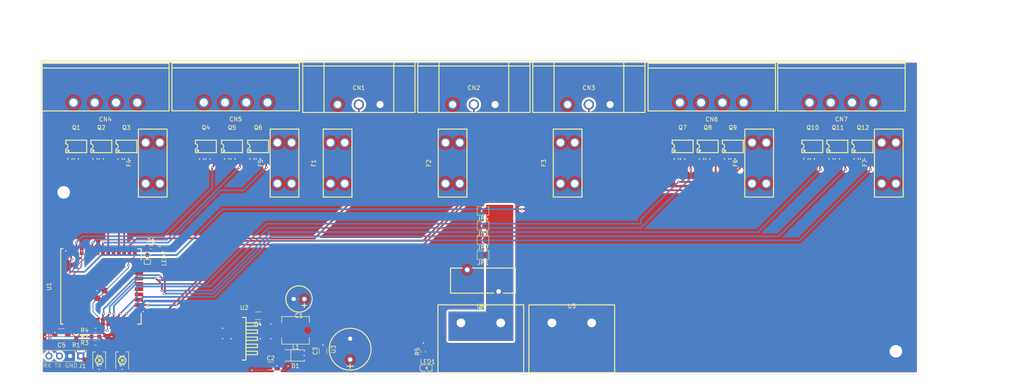
<source format=kicad_pcb>
(kicad_pcb (version 20241229) (generator "pcbnew") (generator_version "9.0")
  (layers (0 "F.Cu" signal) (2 "B.Cu" signal) (13 "F.Paste" user) (15 "B.Paste" user) (5 "F.SilkS" user "F.Silkscreen") (7 "B.SilkS" user "B.Silkscreen") (1 "F.Mask" user) (3 "B.Mask" user) (25 "Edge.Cuts" user))
  (net 0 "")
  (net 1 "GND")
  (net 2 "+3.3V")
  (net 3 "D16")
  (net 4 "Net-(CN1-Pad1)")
  (net 5 "D14")
  (net 6 "Net-(CN2-Pad1)")
  (net 7 "D13")
  (net 8 "Net-(CN3-Pad1)")
  (net 9 "Net-(CN4-Pad4)")
  (net 10 "VCC")
  (net 11 "Net-(CN4-Pad3)")
  (net 12 "Net-(CN4-Pad2)")
  (net 13 "Net-(CN5-Pad4)")
  (net 14 "Net-(CN5-Pad3)")
  (net 15 "Net-(CN5-Pad2)")
  (net 16 "Net-(CN6-Pad3)")
  (net 17 "Net-(CN6-Pad2)")
  (net 18 "Net-(CN6-Pad4)")
  (net 19 "Net-(CN7-Pad4)")
  (net 20 "Net-(CN7-Pad2)")
  (net 21 "Net-(CN7-Pad3)")
  (net 22 "Net-(D1-K)")
  (net 23 "Net-(J1-Pin_3)")
  (net 24 "Net-(J1-Pin_4)")
  (net 25 "Net-(LED1-K)")
  (net 26 "Net-(LED2-K)")
  (net 27 "Net-(LED2-A)")
  (net 28 "D17")
  (net 29 "D18")
  (net 30 "D19")
  (net 31 "D21")
  (net 32 "D22")
  (net 33 "D23")
  (net 34 "D25")
  (net 35 "D26")
  (net 36 "D27")
  (net 37 "D32")
  (net 38 "D33")
  (net 39 "Net-(U1-EN)")
  (net 40 "Net-(R2-Pad2)")
  (net 41 "Net-(R3-Pad2)")
  (net 42 "IO0")
  (net 44 "D4")
  (net 58 "Net-(CN4-Pad1)")
  (net 59 "Net-(CN5-Pad1)")
  (net 60 "Net-(CN6-Pad1)")
  (net 61 "Net-(CN7-Pad1)")
  (net 62 "Net-(JP1-A)")
  (footprint "easyeda2kicad:CONN-TH_2P-P9.50_DBT50G-9.5-2P" (layer "F.Cu") (at 131.25 94.2)
    (property "Reference" "U4")
    (property "Value" "DBT50G-9.5-2P")
  )
  (footprint "easyeda2kicad:CONN-TH_WJ2EDGRM-5.08-3P" (layer "F.Cu") (at 157.08 42)
    (property "Reference" "CN3")
    (property "Value" "5.08-3P-014-00A")
  )
  (footprint "easyeda2kicad:FUSE-TH_4P-L16.0-W6.7" (layer "F.Cu") (at 228.8 56 90)
    (property "Reference" "F7")
    (property "Value" "XF-508P-B-B")
  )
  (footprint "easyeda2kicad:SW-SMD_L3.9-W3.0-P4.45" (layer "F.Cu") (at 40 103.18 -90)
    (property "Reference" "SW2")
    (property "Value" "TS")
  )
  (footprint "easyeda2kicad:SMA_L4.3-W2.6-LS5.0-RD" (layer "F.Cu") (at 86.9 101.99)
    (property "Reference" "D1")
    (property "Value" "SS54")
  )
  (footprint "easyeda2kicad:FUSE-TH_4P-L16.0-W6.7" (layer "F.Cu") (at 152 56 90)
    (property "Reference" "F3")
    (property "Value" "XF-508P-B-B")
  )
  (footprint "easyeda2kicad:CONN-TH_2P-P9.50_DBT50G-9.5-2P" (layer "F.Cu") (at 153 94.2)
    (property "Reference" "U5")
    (property "Value" "DBT50G-9.5-2P")
  )
  (footprint "easyeda2kicad:FUSE-TH_4P-L16.0-W6.7" (layer "F.Cu") (at 84.3 56 90)
    (property "Reference" "F5")
    (property "Value" "XF-508P-B-B")
  )
  (footprint "easyeda2kicad:SOP-8_L4.9-W3.9-P1.27-LS6.0-BL" (layer "F.Cu") (at 222.5 52)
    (property "Reference" "Q12")
    (property "Value" "AO4266-MS")
  )
  (footprint "easyeda2kicad:FUSE-TH_4P-L16.0-W6.7" (layer "F.Cu") (at 197.8 56 90)
    (property "Reference" "F6")
    (property "Value" "XF-508P-B-B")
  )
  (footprint "Resistor_SMD:R_0603_1608Metric_Pad0.98x0.95mm_HandSolder" (layer "F.Cu") (at 39.0875 97.5)
    (property "Reference" "R2")
    (property "Value" "10")
  )
  (footprint "Capacitor_SMD:C_1206_3216Metric_Pad1.33x1.80mm_HandSolder" (layer "F.Cu") (at 93.5 100.9375 90)
    (property "Reference" "C3")
    (property "Value" "10uF")
  )
  (footprint "easyeda2kicad:SOP-8_L4.9-W3.9-P1.27-LS6.0-BL" (layer "F.Cu") (at 40.5 52)
    (property "Reference" "Q2")
    (property "Value" "AO4266-MS")
  )
  (footprint "easyeda2kicad:FUSE-TH_4P-L16.0-W6.7" (layer "F.Cu") (at 52.8 56 90)
    (property "Reference" "F4")
    (property "Value" "XF-508P-B-B")
  )
  (footprint "easyeda2kicad:FUSE-TH_4P-L16.0-W6.7" (layer "F.Cu") (at 97 56 90)
    (property "Reference" "F1")
    (property "Value" "XF-508P-B-B")
  )
  (footprint "Resistor_SMD:R_0603_1608Metric_Pad0.98x0.95mm_HandSolder" (layer "F.Cu") (at 52.4125 76)
    (property "Reference" "R6")
    (property "Value" "68")
  )
  (footprint "easyeda2kicad:CAP-TH_BD10.0-P5.00-D0.6-FD" (layer "F.Cu") (at 100 100.5 90)
    (property "Reference" "U3")
    (property "Value" "470uF")
  )
  (footprint "easyeda2kicad:FUSE-TH_4P-L16.0-W6.7" (layer "F.Cu") (at 124.5 56 90)
    (property "Reference" "F2")
    (property "Value" "XF-508P-B-B")
  )
  (footprint "easyeda2kicad:SOP-8_L4.9-W3.9-P1.27-LS6.0-BL" (layer "F.Cu") (at 34.5 52)
    (property "Reference" "Q1")
    (property "Value" "AO4266-MS")
  )
  (footprint "easyeda2kicad:CONN-TH_4P-P5.08_DB2ERM-5.08-4P" (layer "F.Cu") (at 72.62 41.5 180)
    (property "Reference" "CN5")
    (property "Value" "DB2ERM-5.08-4P")
  )
  (footprint "Resistor_SMD:R_0603_1608Metric_Pad0.98x0.95mm_HandSolder" (layer "F.Cu") (at 117.5 101.0875 90)
    (property "Reference" "R5")
    (property "Value" "68")
  )
  (footprint "Jumper:SolderJumper-2_P1.3mm_Open_TrianglePad1.0x1.5mm" (layer "F.Cu") (at 131.775 67.45 180)
    (property "Reference" "JP4")
    (property "Value" "SolderJumper_2_Open")
  )
  (footprint "easyeda2kicad:LED0603-RD_RED" (layer "F.Cu") (at 118.2 105)
    (property "Reference" "LED1")
    (property "Value" "RED-0603")
  )
  (footprint "easyeda2kicad:SOP-8_L4.9-W3.9-P1.27-LS6.0-BL" (layer "F.Cu") (at 191.5 52)
    (property "Reference" "Q9")
    (property "Value" "AO4266-MS")
  )
  (footprint "easyeda2kicad:CONN-TH_4P-P5.08_DB2ERM-5.08-4P" (layer "F.Cu") (at 41.4675 41.5325 180)
    (property "Reference" "CN4")
    (property "Value" "DB2ERM-5.08-4P")
  )
  (footprint "easyeda2kicad:CONN-TH_WJ2EDGRM-5.08-3P" (layer "F.Cu") (at 129.58 42)
    (property "Reference" "CN2")
    (property "Value" "5.08-3P-014-00A")
  )
  (footprint "easyeda2kicad:SW-SMD_L3.9-W3.0-P4.45" (layer "F.Cu") (at 45.5 103.18 -90)
    (property "Reference" "SW1")
    (property "Value" "TS")
  )
  (footprint "Resistor_SMD:R_0603_1608Metric_Pad0.98x0.95mm_HandSolder" (layer "F.Cu") (at 39.0875 96)
    (property "Reference" "R4")
    (property "Value" "5k")
  )
  (footprint "easyeda2kicad:SOP-8_L4.9-W3.9-P1.27-LS6.0-BL" (layer "F.Cu") (at 216.5 52)
    (property "Reference" "Q11")
    (property "Value" "AO4266-MS")
  )
  (footprint "easyeda2kicad:LED0603-RD_RED" (layer "F.Cu") (at 51.5 78.8 -90)
    (property "Reference" "LED2")
    (property "Value" "RED-0603")
  )
  (footprint "Resistor_SMD:R_0603_1608Metric_Pad0.98x0.95mm_HandSolder" (layer "F.Cu") (at 34.5 96.9125 90)
    (property "Reference" "R1")
    (property "Value" "5k")
  )
  (footprint "easyeda2kicad:TO-263-5_L10.0-W9.0-P1.70-LS15.2-BR" (layer "F.Cu") (at 74.68 98)
    (property "Reference" "U2")
    (property "Value" "LM2596S-3.3")
  )
  (footprint "easyeda2kicad:CONN-TH_WJ2EDGRM-5.08-3P" (layer "F.Cu") (at 102.08 42)
    (property "Reference" "CN1")
    (property "Value" "5.08-3P-014-00A")
  )
  (footprint "easyeda2kicad:WIFI-SMD_ESP32-WROOM-32UE" (layer "F.Cu") (at 40.75 85.5 90)
    (property "Reference" "U1")
    (property "Value" "ESP32-WROOM-32UE(4MB)")
  )
  (footprint "Jumper:SolderJumper-2_P1.3mm_Open_TrianglePad1.0x1.5mm" (layer "F.Cu") (at 131.775 78 180)
    (property "Reference" "JP1")
    (property "Value" "SolderJumper_2_Open")
  )
  (footprint "easyeda2kicad:SOP-8_L4.9-W3.9-P1.27-LS6.0-BL" (layer "F.Cu") (at 210.5 52)
    (property "Reference" "Q10")
    (property "Value" "AO4266-MS")
  )
  (footprint "easyeda2kicad:SOP-8_L4.9-W3.9-P1.27-LS6.0-BL" (layer "F.Cu") (at 179.5 52)
    (property "Reference" "Q7")
    (property "Value" "AO4266-MS")
  )
  (footprint "easyeda2kicad:CONN-TH_4P-P5.08_DB2ERM-5.08-4P" (layer "F.Cu") (at 217.4675 41.5325 180)
    (property "Reference" "CN7")
    (property "Value" "DB2ERM-5.08-4P")
  )
  (footprint "easyeda2kicad:IND-SMD_L7.1-W6.6_SRP6030VA" (layer "F.Cu") (at 86.93 96)
    (property "Reference" "L1")
    (property "Value" "33uH")
  )
  (footprint "Capacitor_SMD:C_1206_3216Metric_Pad1.33x1.80mm_HandSolder" (layer "F.Cu") (at 30.9375 96.5 180)
    (property "Reference" "C5")
    (property "Value" "10uF")
  )
  (footprint "Capacitor_SMD:C_1206_3216Metric_Pad1.33x1.80mm_HandSolder" (layer "F.Cu") (at 81 104.5)
    (property "Reference" "C2")
    (property "Value" "10uF")
  )
  (footprint "Capacitor_SMD:C_1206_3216Metric_Pad1.33x1.80mm_HandSolder" (layer "F.Cu") (at 78 92.5)
    (property "Reference" "C4")
    (property "Value" "10uF")
  )
  (footprint "Connector_PinHeader_2.54mm:PinHeader_1x04_P2.54mm_Vertical" (layer "F.Cu") (at 35.58 102.125 -90)
    (property "Reference" "J1")
    (property "Value" "Conn_01x04")
  )
  (footprint "easyeda2kicad:SOP-8_L4.9-W3.9-P1.27-LS6.0-BL" (layer "F.Cu") (at 65.5 52)
    (property "Reference" "Q4")
    (property "Value" "AO4266-MS")
  )
  (footprint "MountingHole:MountingHole_3mm_Pad_TopBottom" (layer "F.Cu") (at 230.5 101)
    (property "Reference" "REF**" (hide yes))
    (property "Value" "MountingHole_3mm_Pad_TopBottom")
  )
  (footprint "easyeda2kicad:SOP-8_L4.9-W3.9-P1.27-LS6.0-BL" (layer "F.Cu") (at 71.75 52)
    (property "Reference" "Q5")
    (property "Value" "AO4266-MS")
  )
  (footprint "Resistor_SMD:R_0603_1608Metric_Pad0.98x0.95mm_HandSolder" (layer "F.Cu") (at 39.0875 99)
    (property "Reference" "R3")
    (property "Value" "10")
  )
  (footprint "easyeda2kicad:SOP-8_L4.9-W3.9-P1.27-LS6.0-BL" (layer "F.Cu") (at 78 52)
    (property "Reference" "Q6")
    (property "Value" "AO4266-MS")
  )
  (footprint "Jumper:SolderJumper-2_P1.3mm_Open_TrianglePad1.0x1.5mm" (layer "F.Cu") (at 131.775 74.45 180)
    (property "Reference" "JP2")
    (property "Value" "SolderJumper_2_Open")
  )
  (footprint "easyeda2kicad:CONN-TH_4P-P5.08_DB2ERM-5.08-4P" (layer "F.Cu") (at 186.4675 41.5325 180)
    (property "Reference" "CN6")
    (property "Value" "DB2ERM-5.08-4P")
  )
  (footprint "Jumper:SolderJumper-2_P1.3mm_Open_TrianglePad1.0x1.5mm" (layer "F.Cu") (at 131.775 71 180)
    (property "Reference" "JP3")
    (property "Value" "SolderJumper_2_Open")
  )
  (footprint "easyeda2kicad:CAP-TH_BD6.3-P2.50-D1.0-FD" (layer "F.Cu") (at 87.77 88.5 180)
    (property "Reference" "C1")
    (property "Value" "220uF")
  )
  (footprint "easyeda2kicad:SOP-8_L4.9-W3.9-P1.27-LS6.0-BL" (layer "F.Cu") (at 46.5 52)
    (property "Reference" "Q3")
    (property "Value" "AO4266-MS")
  )
  (footprint "MountingHole:MountingHole_3mm_Pad_TopBottom" (layer "F.Cu") (at 31.5 63)
    (property "Reference" "REF**" (hide yes))
    (property "Value" "MountingHole_3mm_Pad_TopBottom")
  )
  (footprint "easyeda2kicad:RES-TH_L15.5-W6.0-P7.50-D0.8-S5.20" (layer "F.Cu") (at 131.75 84.1 180)
    (property "Reference" "R7")
    (property "Value" "MF72-5D13")
  )
  (footprint "easyeda2kicad:SOP-8_L4.9-W3.9-P1.27-LS6.0-BL" (layer "F.Cu") (at 185.5 52)
    (property "Reference" "Q8")
    (property "Value" "AO4266-MS")
  )
  (gr_rect (start 26 31.5) (end 236 106.5) (stroke (width 0.05)) (fill no) (layer "Edge.Cuts"))
  (gr_text "RX TX GND" (at 26.5 105 0) (layer "F.SilkS") (effects (font (size 1 1) (thickness 0.1)) (justify left bottom)))
  (segment (start 184.884 54.694) (end 184.884 55) (width 4) (layer "F.Cu") (net 1))
  (segment (start 71.134 54.68) (end 71.134 55) (width 4) (layer "F.Cu") (net 1))
  (segment (start 64.87 54.68) (end 64.884 54.694) (width 4) (layer "F.Cu") (net 1))
  (segment (start 39.49 84.67) (end 39.49 88.33) (width 0.4) (layer "F.Cu") (net 1))
  (segment (start 39.884 54.694) (end 39.884 55) (width 4) (layer "F.Cu") (net 1))
  (segment (start 29.5 96.5) (end 32 94) (width 0.2) (layer "F.Cu") (net 1))
  (segment (start 79.86 98) (end 71.5 98) (width 1) (layer "F.Cu") (net 1))
  (segment (start 190.884 54.694) (end 190.884 55) (width 4) (layer "F.Cu") (net 1))
  (segment (start 209.87 54.68) (end 209.884 54.694) (width 4) (layer "F.Cu") (net 1))
  (segment (start 71.5 98) (end 69.5 98) (width 1) (layer "F.Cu") (net 1))
  (segment (start 33.87 54.68) (end 33.884 54.694) (width 4) (layer "F.Cu") (net 1))
  (segment (start 37.66 88.33) (end 41.33 88.33) (width 0.4) (layer "F.Cu") (net 1))
  (segment (start 79.5625 92.5) (end 79.5625 94.3025) (width 1) (layer "F.Cu") (net 1))
  (segment (start 178.87 54.68) (end 178.884 54.694) (width 4) (layer "F.Cu") (net 1))
  (segment (start 178.884 54.694) (end 178.884 55) (width 4) (layer "F.Cu") (net 1))
  (segment (start 45.87 54.68) (end 45.884 54.694) (width 4) (layer "F.Cu") (net 1))
  (segment (start 53.325 76) (end 54.5 76) (width 0.4) (layer "F.Cu") (net 1))
  (segment (start 37.66 84.67) (end 41.33 84.67) (width 0.4) (layer "F.Cu") (net 1))
  (segment (start 117.5 100.175) (end 117.5 99) (width 0.4) (layer "F.Cu") (net 1))
  (segment (start 45.884 54.694) (end 45.884 55) (width 4) (layer "F.Cu") (net 1))
  (segment (start 39.87 54.68) (end 39.884 54.694) (width 4) (layer "F.Cu") (net 1))
  (segment (start 71.12 54.68) (end 71.134 54.68) (width 4) (layer "F.Cu") (net 1))
  (segment (start 79.5625 94.3025) (end 79.86 94.6) (width 1) (layer "F.Cu") (net 1))
  (segment (start 184.87 54.68) (end 184.884 54.694) (width 4) (layer "F.Cu") (net 1))
  (segment (start 41.33 86.5) (end 37.66 86.5) (width 0.4) (layer "F.Cu") (net 1))
  (segment (start 77.384 54.694) (end 77.384 55) (width 4) (layer "F.Cu") (net 1))
  (segment (start 221.87 54.68) (end 221.884 54.694) (width 4) (layer "F.Cu") (net 1))
  (segment (start 221.884 54.694) (end 221.884 55) (width 4) (layer "F.Cu") (net 1))
  (segment (start 190.87 54.68) (end 190.884 54.694) (width 4) (layer "F.Cu") (net 1))
  (segment (start 209.884 54.694) (end 209.884 55) (width 4) (layer "F.Cu") (net 1))
  (segment (start 215.884 54.694) (end 215.884 55) (width 4) (layer "F.Cu") (net 1))
  (segment (start 33.884 54.694) (end 33.884 55) (width 4) (layer "F.Cu") (net 1))
  (segment (start 50.21 91.21) (end 50.5 91.5) (width 0.4) (layer "F.Cu") (net 1))
  (segment (start 215.87 54.68) (end 215.884 54.694) (width 4) (layer "F.Cu") (net 1))
  (segment (start 29.375 96.5) (end 29.5 96.5) (width 0.2) (layer "F.Cu") (net 1))
  (segment (start 64.884 54.694) (end 64.884 55) (width 4) (layer "F.Cu") (net 1))
  (segment (start 77.37 54.68) (end 77.384 54.694) (width 4) (layer "F.Cu") (net 1))
  (via (at 39.49 86.5) (size 0.6) (drill 0.3) (layers "F.Cu" "B.Cu") (net 1))
  (via (at 210 55) (size 0.6) (drill 0.3) (layers "F.Cu" "B.Cu") (net 1))
  (via (at 47 55) (size 0.6) (drill 0.3) (layers "F.Cu" "B.Cu") (net 1))
  (via (at 223 55) (size 0.6) (drill 0.3) (layers "F.Cu" "B.Cu") (net 1))
  (via (at 65.5 55) (size 0.6) (drill 0.3) (layers "F.Cu" "B.Cu") (net 1))
  (via (at 39.5 55) (size 0.6) (drill 0.3) (layers "F.Cu" "B.Cu") (net 1))
  (via (at 77 55) (size 0.6) (drill 0.3) (layers "F.Cu" "B.Cu") (net 1))
  (via (at 41 55) (size 0.6) (drill 0.3) (layers "F.Cu" "B.Cu") (net 1))
  (via (at 82.5 104.5) (size 0.6) (drill 0.3) (layers "F.Cu" "B.Cu") (net 1))
  (via (at 40 55) (size 0.6) (drill 0.3) (layers "F.Cu" "B.Cu") (net 1))
  (via (at 211 55) (size 0.6) (drill 0.3) (layers "F.Cu" "B.Cu") (net 1))
  (via (at 217 55) (size 0.6) (drill 0.3) (layers "F.Cu" "B.Cu") (net 1))
  (via (at 190.5 55) (size 0.6) (drill 0.3) (layers "F.Cu" "B.Cu") (net 1))
  (via (at 64 55) (size 0.6) (drill 0.3) (layers "F.Cu" "B.Cu") (net 1))
  (via (at 81 94.5) (size 0.6) (drill 0.3) (layers "F.Cu" "B.Cu") (net 1))
  (via (at 184.5 55) (size 0.6) (drill 0.3) (layers "F.Cu" "B.Cu") (net 1))
  (via (at 65 55) (size 0.6) (drill 0.3) (layers "F.Cu" "B.Cu") (net 1))
  (via (at 34 55) (size 0.6) (drill 0.3) (layers "F.Cu" "B.Cu") (net 1))
  (via (at 214.5 55) (size 0.6) (drill 0.3) (layers "F.Cu" "B.Cu") (net 1))
  (via (at 183.5 55) (size 0.6) (drill 0.3) (layers "F.Cu" "B.Cu") (net 1))
  (via (at 71.5 98) (size 0.6) (drill 0.3) (layers "F.Cu" "B.Cu") (net 1))
  (via (at 46 55) (size 0.6) (drill 0.3) (layers "F.Cu" "B.Cu") (net 1))
  (via (at 222 55) (size 0.6) (drill 0.3) (layers "F.Cu" "B.Cu") (net 1))
  (via (at 71 55) (size 0.6) (drill 0.3) (layers "F.Cu" "B.Cu") (net 1))
  (via (at 89 102) (size 0.6) (drill 0.3) (layers "F.Cu" "B.Cu") (net 1))
  (via (at 179 55) (size 0.6) (drill 0.3) (layers "F.Cu" "B.Cu") (net 1))
  (via (at 78.5 55) (size 0.6) (drill 0.3) (layers "F.Cu" "B.Cu") (net 1))
  (via (at 208.5 55) (size 0.6) (drill 0.3) (layers "F.Cu" "B.Cu") (net 1))
  (via (at 66.5 55) (size 0.6) (drill 0.3) (layers "F.Cu" "B.Cu") (net 1))
  (via (at 76 55) (size 0.6) (drill 0.3) (layers "F.Cu" "B.Cu") (net 1))
  (via (at 93.5 99.5) (size 0.6) (drill 0.3) (layers "F.Cu" "B.Cu") (net 1))
  (via (at 71.5 55) (size 0.6) (drill 0.3) (layers "F.Cu" "B.Cu") (net 1))
  (via (at 69.5 95.5) (size 0.6) (drill 0.3) (layers "F.Cu" "B.Cu") (net 1))
  (via (at 40 105.36) (size 0.6) (drill 0.3) (layers "F.Cu" "B.Cu") (net 1))
  (via (at 33.5 55) (size 0.6) (drill 0.3) (layers "F.Cu" "B.Cu") (net 1))
  (via (at 72.5 55) (size 0.6) (drill 0.3) (layers "F.Cu" "B.Cu") (net 1))
  (via (at 70 55) (size 0.6) (drill 0.3) (layers "F.Cu" "B.Cu") (net 1))
  (via (at 216 55) (size 0.6) (drill 0.3) (layers "F.Cu" "B.Cu") (net 1))
  (via (at 45.5 55) (size 0.6) (drill 0.3) (layers "F.Cu" "B.Cu") (net 1))
  (via (at 45.5 105.36) (size 0.6) (drill 0.3) (layers "F.Cu" "B.Cu") (net 1))
  (via (at 32 77) (size 0.6) (drill 0.3) (layers "F.Cu" "B.Cu") (net 1))
  (via (at 29.375 96.5) (size 0.6) (drill 0.3) (layers "F.Cu" "B.Cu") (net 1))
  (via (at 44.5 55) (size 0.6) (drill 0.3) (layers "F.Cu" "B.Cu") (net 1))
  (via (at 177.5 55) (size 0.6) (drill 0.3) (layers "F.Cu" "B.Cu") (net 1))
  (via (at 215.5 55) (size 0.6) (drill 0.3) (layers "F.Cu" "B.Cu") (net 1))
  (via (at 221.5 55) (size 0.6) (drill 0.3) (layers "F.Cu" "B.Cu") (net 1))
  (via (at 32.5 55) (size 0.6) (drill 0.3) (layers "F.Cu" "B.Cu") (net 1))
  (via (at 180 55) (size 0.6) (drill 0.3) (layers "F.Cu" "B.Cu") (net 1))
  (via (at 69.5 98) (size 0.6) (drill 0.3) (layers "F.Cu" "B.Cu") (net 1))
  (via (at 38.5 55) (size 0.6) (drill 0.3) (layers "F.Cu" "B.Cu") (net 1))
  (via (at 185 55) (size 0.6) (drill 0.3) (layers "F.Cu" "B.Cu") (net 1))
  (via (at 35 55) (size 0.6) (drill 0.3) (layers "F.Cu" "B.Cu") (net 1))
  (via (at 50.5 91.5) (size 0.6) (drill 0.3) (layers "F.Cu" "B.Cu") (net 1))
  (via (at 78.5 98) (size 0.6) (drill 0.3) (layers "F.Cu" "B.Cu") (net 1))
  (via (at 117.5 99) (size 0.6) (drill 0.3) (layers "F.Cu" "B.Cu") (net 1))
  (via (at 191 55) (size 0.6) (drill 0.3) (layers "F.Cu" "B.Cu") (net 1))
  (via (at 81 98) (size 0.6) (drill 0.3) (layers "F.Cu" "B.Cu") (net 1))
  (via (at 192 55) (size 0.6) (drill 0.3) (layers "F.Cu" "B.Cu") (net 1))
  (via (at 209.5 55) (size 0.6) (drill 0.3) (layers "F.Cu" "B.Cu") (net 1))
  (via (at 54.5 76) (size 0.6) (drill 0.3) (layers "F.Cu" "B.Cu") (net 1))
  (via (at 178.5 55) (size 0.6) (drill 0.3) (layers "F.Cu" "B.Cu") (net 1))
  (via (at 189.5 55) (size 0.6) (drill 0.3) (layers "F.Cu" "B.Cu") (net 1))
  (via (at 78.5 94.5) (size 0.6) (drill 0.3) (layers "F.Cu" "B.Cu") (net 1))
  (via (at 220.5 55) (size 0.6) (drill 0.3) (layers "F.Cu" "B.Cu") (net 1))
  (via (at 186 55) (size 0.6) (drill 0.3) (layers "F.Cu" "B.Cu") (net 1))
  (via (at 77.5 55) (size 0.6) (drill 0.3) (layers "F.Cu" "B.Cu") (net 1))
  (segment (start 79.86 96.3) (end 77.18 96.3) (width 1) (layer "F.Cu") (net 2))
  (segment (start 35.675 99) (end 34.5 97.825) (width 0.2) (layer "F.Cu") (net 2))
  (segment (start 78.0385 90.899) (end 88.439 90.899) (width 1) (layer "F.Cu") (net 2))
  (segment (start 61.28125 91.71875) (end 50 103) (width 1) (layer "F.Cu") (net 2))
  (segment (start 77.18 96.3) (end 76.4375 95.5575) (width 1) (layer "F.Cu") (net 2))
  (segment (start 119 105) (end 119 99.508636) (width 0.4) (layer "F.Cu") (net 2))
  (segment (start 89.04 88.5) (end 89.04 91.5) (width 1) (layer "F.Cu") (net 2))
  (segment (start 89.04 95.18) (end 89.86 96) (width 1) (layer "F.Cu") (net 2))
  (segment (start 77.21875 91.71875) (end 78.0385 90.899) (width 1) (layer "F.Cu") (net 2))
  (segment (start 36.325 96) (end 34.5 97.825) (width 0.2) (layer "F.Cu") (net 2))
  (segment (start 77.21875 91.71875) (end 61.28125 91.71875) (width 1) (layer "F.Cu") (net 2))
  (segment (start 34.5 97.825) (end 34.5 101.045) (width 0.2) (layer "F.Cu") (net 2))
  (segment (start 32.5 96.5) (end 33.175 96.5) (width 0.2) (layer "F.Cu") (net 2))
  (segment (start 33.27 95.73) (end 33.27 94) (width 0.2) (layer "F.Cu") (net 2))
  (segment (start 89.04 91.5) (end 89.04 95.18) (width 1) (layer "F.Cu") (net 2))
  (segment (start 107.991364 88.5) (end 89.04 88.5) (width 0.4) (layer "F.Cu") (net 2))
  (segment (start 88.439 90.899) (end 89.04 91.5) (width 1) (layer "F.Cu") (net 2))
  (segment (start 32.5 96.5) (end 33.27 95.73) (width 0.2) (layer "F.Cu") (net 2))
  (segment (start 119 99.508636) (end 107.991364 88.5) (width 0.4) (layer "F.Cu") (net 2))
  (segment (start 76.4375 92.5) (end 77.21875 91.71875) (width 1) (layer "F.Cu") (net 2))
  (segment (start 50 103) (end 36.455 103) (width 1) (layer "F.Cu") (net 2))
  (segment (start 38.175 96) (end 36.325 96) (width 0.2) (layer "F.Cu") (net 2))
  (segment (start 38.175 96) (end 38.175 99.53) (width 0.2) (layer "F.Cu") (net 2))
  (segment (start 38.175 97.5) (end 34.825 97.5) (width 0.4) (layer "F.Cu") (net 2))
  (segment (start 38.175 99) (end 35.675 99) (width 0.2) (layer "F.Cu") (net 2))
  (segment (start 34.825 97.5) (end 34.5 97.825) (width 0.4) (layer "F.Cu") (net 2))
  (segment (start 38.175 99.53) (end 35.58 102.125) (width 0.2) (layer "F.Cu") (net 2))
  (segment (start 34.5 101.045) (end 35.58 102.125) (width 0.2) (layer "F.Cu") (net 2))
  (segment (start 38.175 99) (end 38.175 96) (width 0.2) (layer "F.Cu") (net 2))
  (segment (start 76.4375 95.5575) (end 76.4375 92.5) (width 1) (layer "F.Cu") (net 2))
  (segment (start 33.175 96.5) (end 34.5 97.825) (width 0.2) (layer "F.Cu") (net 2))
  (segment (start 38.175 99.53) (end 38.175 99) (width 0.2) (layer "F.Cu") (net 2))
  (segment (start 36.455 103) (end 35.58 102.125) (width 1) (layer "F.Cu") (net 2))
  (segment (start 48.4 54.68) (end 48.4 56.602) (width 0.4) (layer "F.Cu") (net 3))
  (segment (start 45.97 59.032) (end 45.97 77) (width 0.4) (layer "F.Cu") (net 3))
  (segment (start 48.4 56.602) (end 45.97 59.032) (width 0.4) (layer "F.Cu") (net 3))
  (segment (start 97 42) (end 97 49.4) (width 4) (layer "F.Cu") (net 4))
  (segment (start 97 49.4) (end 98.7 51.1) (width 4) (layer "F.Cu") (net 4))
  (segment (start 97 49.4) (end 95.3 51.1) (width 4) (layer "F.Cu") (net 4))
  (segment (start 129.58 42) (end 129.58 62.42) (width 0.4) (layer "F.Cu") (net 5))
  (segment (start 47.5 94.26) (end 47.24 94) (width 0.4) (layer "F.Cu") (net 5))
  (segment (start 47.5 95.5) (end 47.5 94.26) (width 0.4) (layer "F.Cu") (net 5))
  (segment (start 72.899 74.601) (end 51 96.5) (width 0.4) (layer "F.Cu") (net 5))
  (segment (start 129.58 62.42) (end 117.399 74.601) (width 0.4) (layer "F.Cu") (net 5))
  (segment (start 51 96.5) (end 48.5 96.5) (width 0.4) (layer "F.Cu") (net 5))
  (segment (start 48.5 96.5) (end 47.5 95.5) (width 0.4) (layer "F.Cu") (net 5))
  (segment (start 117.399 74.601) (end 72.899 74.601) (width 0.4) (layer "F.Cu") (net 5))
  (segment (start 124.5 42) (end 124.5 49.4) (width 4) (layer "F.Cu") (net 6))
  (segment (start 126.2 51.1) (end 124.5 49.4) (width 4) (layer "F.Cu") (net 6))
  (segment (start 124.5 49.4) (end 122.8 51.1) (width 4) (layer "F.Cu") (net 6))
  (segment (start 49.5 89.94) (end 51.44 89.94) (width 0.4) (layer "F.Cu") (net 7))
  (segment (start 128.5 64.5) (end 128 65) (width 0.4) (layer "F.Cu") (net 7))
  (segment (start 69 79.5) (end 58.5 90) (width 0.4) (layer "F.Cu") (net 7))
  (segment (start 111.5 75.5) (end 73 75.5) (width 0.4) (layer "F.Cu") (net 7))
  (segment (start 128 65) (end 117.5 75.5) (width 0.4) (layer "F.Cu") (net 7))
  (segment (start 157.08 42) (end 157.08 61.42) (width 0.4) (layer "F.Cu") (net 7))
  (segment (start 117.5 75.5) (end 111.5 75.5) (width 0.4) (layer "F.Cu") (net 7))
  (segment (start 157.08 61.42) (end 154 64.5) (width 0.4) (layer "F.Cu") (net 7))
  (segment (start 154 64.5) (end 128.5 64.5) (width 0.4) (layer "F.Cu") (net 7))
  (segment (start 73 75.5) (end 69 79.5) (width 0.4) (layer "F.Cu") (net 7))
  (via (at 58.5 90) (size 0.6) (drill 0.3) (layers "F.Cu" "B.Cu") (net 7))
  (via (at 51.5 90) (size 0.6) (drill 0.3) (layers "F.Cu" "B.Cu") (net 7))
  (segment (start 51.5 90) (end 58.5 90) (width 0.4) (layer "B.Cu") (net 7))
  (segment (start 152 49.4) (end 153.7 51.1) (width 4) (layer "F.Cu") (net 8))
  (segment (start 152 49.4) (end 150.3 51.1) (width 4) (layer "F.Cu") (net 8))
  (segment (start 152 42) (end 152 49.4) (width 4) (layer "F.Cu") (net 8))
  (segment (start 33.8475 41.5325) (end 33.8475 48.0375) (width 4) (layer "F.Cu") (net 9))
  (segment (start 33.8475 48.0375) (end 35.13 49.32) (width 4) (layer "F.Cu") (net 9))
  (segment (start 43.5 97.5) (end 43 97.5) (width 0.2) (layer "F.Cu") (net 10))
  (segment (start 119.701 88.701) (end 119 88) (width 0.2) (layer "F.Cu") (net 10))
  (segment (start 114 104) (end 115.701 105.701) (width 0.2) (layer "F.Cu") (net 10))
  (segment (start 119.701 105.701) (end 119.701 88.701) (width 0.2) (layer "F.Cu") (net 10))
  (segment (start 93.5 102.5) (end 92 104) (width 1) (layer "F.Cu") (net 10))
  (segment (start 100 103) (end 94 103) (width 1) (layer "F.Cu") (net 10))
  (segment (start 85.5 104.5) (end 85 104.5) (width 0.2) (layer "F.Cu") (net 10))
  (segment (start 115.701 105.701) (end 119.701 105.701) (width 0.2) (layer "F.Cu") (net 10))
  (segment (start 94 103) (end 93.5 102.5) (width 1) (layer "F.Cu") (net 10))
  (via (at 27 97.5) (size 0.6) (drill 0.3) (layers "F.Cu" "B.Cu") (net 10))
  (via (at 43 97.5) (size 0.6) (drill 0.3) (layers "F.Cu" "B.Cu") (net 10))
  (via (at 85.166938 104.546133) (size 0.6) (drill 0.3) (layers "F.Cu" "B.Cu") (net 10))
  (via (at 76.5 105.5) (size 0.6) (drill 0.3) (layers "F.Cu" "B.Cu") (net 10))
  (segment (start 84.213071 105.5) (end 76.5 105.5) (width 0.2) (layer "B.Cu") (net 10))
  (segment (start 85.166938 104.546133) (end 84.213071 105.5) (width 0.2) (layer "B.Cu") (net 10))
  (segment (start 43 97.5) (end 27 97.5) (width 0.2) (layer "B.Cu") (net 10))
  (segment (start 38.9275 47.1175) (end 41.13 49.32) (width 4) (layer "F.Cu") (net 11))
  (segment (start 38.9275 41.5325) (end 38.9275 47.1175) (width 4) (layer "F.Cu") (net 11))
  (segment (start 44.0075 41.5325) (end 44.0075 46.1975) (width 4) (layer "F.Cu") (net 12))
  (segment (start 44.0075 46.1975) (end 47.13 49.32) (width 4) (layer "F.Cu") (net 12))
  (segment (start 65 41.5) (end 65 48.19) (width 4) (layer "F.Cu") (net 13))
  (segment (start 65 48.19) (end 66.13 49.32) (width 4) (layer "F.Cu") (net 13))
  (segment (start 70.08 47.02) (end 72.38 49.32) (width 4) (layer "F.Cu") (net 14))
  (segment (start 70.08 41.5) (end 70.08 47.02) (width 4) (layer "F.Cu") (net 14))
  (segment (start 75.16 45.85) (end 78.63 49.32) (width 4) (layer "F.Cu") (net 15))
  (segment (start 75.16 41.5) (end 75.16 45.85) (width 4) (layer "F.Cu") (net 15))
  (segment (start 183.9275 47.1175) (end 186.13 49.32) (width 4) (layer "F.Cu") (net 16))
  (segment (start 183.9275 41.5325) (end 183.9275 47.1175) (width 4) (layer "F.Cu") (net 16))
  (segment (start 189.0075 41.5325) (end 189.0075 46.1975) (width 4) (layer "F.Cu") (net 17))
  (segment (start 189.0075 46.1975) (end 192.13 49.32) (width 4) (layer "F.Cu") (net 17))
  (segment (start 178.8475 48.0375) (end 180.13 49.32) (width 4) (layer "F.Cu") (net 18))
  (segment (start 178.8475 41.5325) (end 178.8475 48.0375) (width 4) (layer "F.Cu") (net 18))
  (segment (start 209.8475 41.5325) (end 209.8475 48.0375) (width 4) (layer "F.Cu") (net 19))
  (segment (start 209.8475 48.0375) (end 211.13 49.32) (width 4) (layer "F.Cu") (net 19))
  (segment (start 220.0075 41.5325) (end 220.0075 46.1975) (width 4) (layer "F.Cu") (net 20))
  (segment (start 220.0075 46.1975) (end 223.13 49.32) (width 4) (layer "F.Cu") (net 20))
  (segment (start 214.9275 47.1175) (end 217.13 49.32) (width 4) (layer "F.Cu") (net 21))
  (segment (start 214.9275 41.5325) (end 214.9275 47.1175) (width 4) (layer "F.Cu") (net 21))
  (segment (start 79.86 99.7) (end 84.3 99.7) (width 1) (layer "F.Cu") (net 22))
  (segment (start 84.5 99.5) (end 84.5 96.5) (width 2) (layer "F.Cu") (net 22))
  (segment (start 84.5 96.5) (end 84 96) (width 2) (layer "F.Cu") (net 22))
  (segment (start 84.5 102) (end 84.5 99.5) (width 2) (layer "F.Cu") (net 22))
  (segment (start 84.3 99.7) (end 84.5 99.5) (width 1) (layer "F.Cu") (net 22))
  (segment (start 35.67355 80.5) (end 35.67355 80.17355) (width 0.2) (layer "F.Cu") (net 23))
  (segment (start 28.4115 88.129612) (end 35.67355 80.867562) (width 0.2) (layer "F.Cu") (net 23))
  (segment (start 35.67355 80.867562) (end 35.67355 80.5) (width 0.2) (layer "F.Cu") (net 23))
  (segment (start 28.4115 100.0365) (end 28.4115 88.129612) (width 0.2) (layer "F.Cu") (net 23))
  (segment (start 30.5 102.125) (end 28.4115 100.0365) (width 0.2) (layer "F.Cu") (net 23))
  (via (at 35.67355 80.5) (size 0.6) (drill 0.3) (layers "F.Cu" "B.Cu") (net 23))
  (via (at 35.81 77) (size 0.6) (drill 0.3) (layers "F.Cu" "B.Cu") (net 23))
  (segment (start 35.67355 80.5) (end 35.81 80.36355) (width 0.2) (layer "B.Cu") (net 23))
  (segment (start 35.81 80.36355) (end 35.81 77) (width 0.2) (layer "B.Cu") (net 23))
  (segment (start 37.08 77) (end 37.08 78.2) (width 0.2) (layer "F.Cu") (net 24))
  (segment (start 37.08 78.2) (end 27.96 87.32) (width 0.2) (layer "F.Cu") (net 24))
  (segment (start 27.96 87.32) (end 27.96 102.125) (width 0.2) (layer "F.Cu") (net 24))
  (segment (start 117.5 104.9) (end 117.4 105) (width 0.4) (layer "F.Cu") (net 25))
  (segment (start 117.5 102) (end 117.5 104.9) (width 0.4) (layer "F.Cu") (net 25))
  (segment (start 51.5 76) (end 51.5 78) (width 0.4) (layer "F.Cu") (net 26))
  (segment (start 49.68 79.6) (end 49.5 79.78) (width 0.4) (layer "F.Cu") (net 27))
  (segment (start 51.5 79.6) (end 49.68 79.6) (width 0.4) (layer "F.Cu") (net 27))
  (segment (start 42.4 54.911527) (end 42.4 54.68) (width 0.4) (layer "F.Cu") (net 28))
  (segment (start 44.7 77) (end 44.7 57.211527) (width 0.4) (layer "F.Cu") (net 28))
  (segment (start 44.7 57.211527) (end 42.4 54.911527) (width 0.4) (layer "F.Cu") (net 28))
  (segment (start 36.4 54.68) (end 36.4 54.911527) (width 0.4) (layer "F.Cu") (net 29))
  (segment (start 42.16 60.671527) (end 42.16 77) (width 0.4) (layer "F.Cu") (net 29))
  (segment (start 36.4 54.911527) (end 42.16 60.671527) (width 0.4) (layer "F.Cu") (net 29))
  (segment (start 79.9 56.9) (end 80 57) (width 0.4) (layer "F.Cu") (net 30))
  (segment (start 79.9 54.68) (end 79.9 56.9) (width 0.4) (layer "F.Cu") (net 30))
  (segment (start 40.89 77) (end 40.89 75.11) (width 0.4) (layer "F.Cu") (net 30))
  (segment (start 40.89 75.11) (end 41 75) (width 0.4) (layer "F.Cu") (net 30))
  (via (at 41 75) (size 0.6) (drill 0.3) (layers "F.Cu" "B.Cu") (net 30))
  (via (at 80 57) (size 0.6) (drill 0.3) (layers "F.Cu" "B.Cu") (net 30))
  (segment (start 56.5 75) (end 69 62.5) (width 0.4) (layer "B.Cu") (net 30))
  (segment (start 74.5 62.5) (end 80 57) (width 0.4) (layer "B.Cu") (net 30))
  (segment (start 41 75) (end 56.5 75) (width 0.4) (layer "B.Cu") (net 30))
  (segment (start 69 62.5) (end 74.5 62.5) (width 0.4) (layer "B.Cu") (net 30))
  (segment (start 73.65 56.85) (end 73.5 57) (width 0.4) (layer "F.Cu") (net 31))
  (segment (start 38.35 75.15) (end 38.5 75) (width 0.4) (layer "F.Cu") (net 31))
  (segment (start 38.35 77) (end 38.35 75.15) (width 0.4) (layer "F.Cu") (net 31))
  (segment (start 73.65 54.68) (end 73.65 56.85) (width 0.4) (layer "F.Cu") (net 31))
  (via (at 73.5 57) (size 0.6) (drill 0.3) (layers "F.Cu" "B.Cu") (net 31))
  (via (at 38.5 75) (size 0.6) (drill 0.3) (layers "F.Cu" "B.Cu") (net 31))
  (segment (start 56.201 74.299) (end 73.5 57) (width 0.4) (layer "B.Cu") (net 31))
  (segment (start 38.5 75) (end 39.201 74.299) (width 0.4) (layer "B.Cu") (net 31))
  (segment (start 39.201 74.299) (end 56.201 74.299) (width 0.4) (layer "B.Cu") (net 31))
  (segment (start 67.4 54.68) (end 67.4 56.6) (width 0.4) (layer "F.Cu") (net 32))
  (segment (start 34.54 77) (end 34.54 75.04) (width 0.4) (layer "F.Cu") (net 32))
  (segment (start 34.54 75.04) (end 34.5 75) (width 0.4) (layer "F.Cu") (net 32))
  (segment (start 67.4 56.6) (end 67 57) (width 0.4) (layer "F.Cu") (net 32))
  (via (at 34.5 75) (size 0.6) (drill 0.3) (layers "F.Cu" "B.Cu") (net 32))
  (via (at 67 57) (size 0.6) (drill 0.3) (layers "F.Cu" "B.Cu") (net 32))
  (segment (start 34.5 75) (end 36 73.5) (width 0.4) (layer "B.Cu") (net 32))
  (segment (start 55.5 73.5) (end 67 62) (width 0.4) (layer "B.Cu") (net 32))
  (segment (start 67 62) (end 67 57) (width 0.4) (layer "B.Cu") (net 32))
  (segment (start 36 73.5) (end 55.5 73.5) (width 0.4) (layer "B.Cu") (net 32))
  (segment (start 193.4 54.68) (end 193.4 57) (width 0.4) (layer "F.Cu") (net 33))
  (segment (start 193.4 57) (end 188.9 61.5) (width 0.4) (layer "F.Cu") (net 33))
  (segment (start 186.5 61.5) (end 185.5 62.5) (width 0.4) (layer "F.Cu") (net 33))
  (segment (start 33.27 78.77) (end 33.5 79) (width 0.4) (layer "F.Cu") (net 33))
  (segment (start 33.27 77) (end 33.27 78.77) (width 0.4) (layer "F.Cu") (net 33))
  (segment (start 158.5 62.5) (end 157.5 62.5) (width 0.4) (layer "F.Cu") (net 33))
  (segment (start 188.9 61.5) (end 186.5 61.5) (width 0.4) (layer "F.Cu") (net 33))
  (segment (start 185.5 62.5) (end 158.5 62.5) (width 0.4) (layer "F.Cu") (net 33))
  (segment (start 153 67) (end 141 67) (width 0.4) (layer "F.Cu") (net 33))
  (segment (start 157.5 62.5) (end 153 67) (width 0.4) (layer "F.Cu") (net 33))
  (via (at 33.5 79) (size 0.6) (drill 0.3) (layers "F.Cu" "B.Cu") (net 33))
  (via (at 141.057962 67.014405) (size 0.6) (drill 0.3) (layers "F.Cu" "B.Cu") (net 33))
  (segment (start 33 82) (end 33 79.5) (width 0.4) (layer "B.Cu") (net 33))
  (segment (start 141.057962 67.014405) (end 69.485595 67.014405) (width 0.4) (layer "B.Cu") (net 33))
  (segment (start 38 80.5) (end 36.5 82) (width 0.4) (layer "B.Cu") (net 33))
  (segment (start 36.5 82) (end 35.5 82) (width 0.4) (layer "B.Cu") (net 33))
  (segment (start 35.5 82) (end 33 82) (width 0.4) (layer "B.Cu") (net 33))
  (segment (start 33 79.5) (end 33.5 79) (width 0.4) (layer "B.Cu") (net 33))
  (segment (start 58.5 78) (end 40.5 78) (width 0.4) (layer "B.Cu") (net 33))
  (segment (start 40.5 78) (end 38 80.5) (width 0.4) (layer "B.Cu") (net 33))
  (segment (start 69.485595 67.014405) (end 58.5 78) (width 0.4) (layer "B.Cu") (net 33))
  (segment (start 187.4 57.5) (end 187.4 57.9) (width 0.4) (layer "F.Cu") (net 34))
  (segment (start 187.4 57.9) (end 187.5 58) (width 0.4) (layer "F.Cu") (net 34))
  (segment (start 43.43 94) (end 43.43 92.07) (width 0.4) (layer "F.Cu") (net 34))
  (segment (start 187.4 54.68) (end 187.4 57.5) (width 0.4) (layer "F.Cu") (net 34))
  (segment (start 187.5 58) (end 185 60.5) (width 0.4) (layer "F.Cu") (net 34))
  (segment (start 185 60.5) (end 178.5 60.5) (width 0.4) (layer "F.Cu") (net 34))
  (segment (start 43.43 92.07) (end 43.5 92) (width 0.4) (layer "F.Cu") (net 34))
  (via (at 43.5 92) (size 0.6) (drill 0.3) (layers "F.Cu" "B.Cu") (net 34))
  (via (at 178.5 60.5) (size 0.6) (drill 0.3) (layers "F.Cu" "B.Cu") (net 34))
  (segment (start 43.5 90.150058) (end 48 85.650058) (width 0.4) (layer "B.Cu") (net 34))
  (segment (start 169.5 70.5) (end 169.5 69.5) (width 0.4) (layer "B.Cu") (net 34))
  (segment (start 169.5 69.5) (end 178.5 60.5) (width 0.4) (layer "B.Cu") (net 34))
  (segment (start 48 85.650058) (end 48.751058 84.899) (width 0.4) (layer "B.Cu") (net 34))
  (segment (start 65.601 84.899) (end 80 70.5) (width 0.4) (layer "B.Cu") (net 34))
  (segment (start 43.5 92) (end 43.5 90.150058) (width 0.4) (layer "B.Cu") (net 34))
  (segment (start 80 70.5) (end 169.5 70.5) (width 0.4) (layer "B.Cu") (net 34))
  (segment (start 48.751058 84.899) (end 65.601 84.899) (width 0.4) (layer "B.Cu") (net 34))
  (segment (start 181.4 57.4) (end 181.5 57.5) (width 0.4) (layer "F.Cu") (net 35))
  (segment (start 181.4 54.68) (end 181.4 57.4) (width 0.4) (layer "F.Cu") (net 35))
  (segment (start 44.7 92.3) (end 45 92) (width 0.4) (layer "F.Cu") (net 35))
  (segment (start 44.7 94) (end 44.7 92.3) (width 0.4) (layer "F.Cu") (net 35))
  (via (at 45 92) (size 0.6) (drill 0.3) (layers "F.Cu" "B.Cu") (net 35))
  (via (at 181.5 57.5) (size 0.6) (drill 0.3) (layers "F.Cu" "B.Cu") (net 35))
  (segment (start 181.5 57.5) (end 181.5 59.5) (width 0.4) (layer "B.Cu") (net 35))
  (segment (start 49 88) (end 45 92) (width 0.4) (layer "B.Cu") (net 35))
  (segment (start 169.5 71.5) (end 80.5 71.5) (width 0.4) (layer "B.Cu") (net 35))
  (segment (start 181.5 59.5) (end 169.5 71.5) (width 0.4) (layer "B.Cu") (net 35))
  (segment (start 49 85.5) (end 49 88) (width 0.4) (layer "B.Cu") (net 35))
  (segment (start 66.5 85.5) (end 49 85.5) (width 0.4) (layer "B.Cu") (net 35))
  (segment (start 80.5 71.5) (end 66.5 85.5) (width 0.4) (layer "B.Cu") (net 35))
  (segment (start 224.4 54.68) (end 224.4 57.4) (width 0.4) (layer "F.Cu") (net 36))
  (segment (start 45.97 94) (end 45.97 92.53) (width 0.4) (layer "F.Cu") (net 36))
  (segment (start 45.97 92.53) (end 46.5 92) (width 0.4) (layer "F.Cu") (net 36))
  (via (at 224.5 57.5) (size 0.6) (drill 0.3) (layers "F.Cu" "B.Cu") (net 36))
  (via (at 46.5 92) (size 0.6) (drill 0.3) (layers "F.Cu" "B.Cu") (net 36))
  (segment (start 207.5 74.5) (end 81 74.5) (width 0.4) (layer "B.Cu") (net 36))
  (segment (start 50.5 88) (end 46.5 92) (width 0.4) (layer "B.Cu") (net 36))
  (segment (start 81 74.5) (end 67.5 88) (width 0.4) (layer "B.Cu") (net 36))
  (segment (start 67.5 88) (end 50.5 88) (width 0.4) (layer "B.Cu") (net 36))
  (segment (start 224.5 57.5) (end 207.5 74.5) (width 0.4) (layer "B.Cu") (net 36))
  (segment (start 55.701 84.201) (end 54.5 83) (width 0.4) (layer "F.Cu") (net 37))
  (segment (start 55.701 87) (end 55.701 84.201) (width 0.4) (layer "F.Cu") (net 37))
  (segment (start 55.5 87.201) (end 55.701 87) (width 0.4) (layer "F.Cu") (net 37))
  (segment (start 40.89 94) (end 40.89 92.11) (width 0.4) (layer "F.Cu") (net 37))
  (segment (start 40.89 92.11) (end 41 92) (width 0.4) (layer "F.Cu") (net 37))
  (segment (start 218.4 54.68) (end 218.4 57.4) (width 0.4) (layer "F.Cu") (net 37))
  (segment (start 218.4 57.4) (end 218.5 57.5) (width 0.4) (layer "F.Cu") (net 37))
  (via (at 54.5 83) (size 0.6) (drill 0.3) (layers "F.Cu" "B.Cu") (net 37))
  (via (at 41.040205 92.010213) (size 0.6) (drill 0.3) (layers "F.Cu" "B.Cu") (net 37))
  (via (at 218.5 57.5) (size 0.6) (drill 0.3) (layers "F.Cu" "B.Cu") (net 37))
  (via (at 55.5 87.201) (size 0.6) (drill 0.3) (layers "F.Cu" "B.Cu") (net 37))
  (segment (start 67.299 87.201) (end 55.5 87.201) (width 0.4) (layer "B.Cu") (net 37))
  (segment (start 54.5 83) (end 54.299 82.799) (width 0.4) (layer "B.Cu") (net 37))
  (segment (start 49.151174 82.799) (end 41.040205 90.909969) (width 0.4) (layer "B.Cu") (net 37))
  (segment (start 81 73.5) (end 67.299 87.201) (width 0.4) (layer "B.Cu") (net 37))
  (segment (start 202.5 73.5) (end 81 73.5) (width 0.4) (layer "B.Cu") (net 37))
  (segment (start 54.299 82.799) (end 49.151174 82.799) (width 0.4) (layer "B.Cu") (net 37))
  (segment (start 41.040205 90.909969) (end 41.040205 92.010213) (width 0.4) (layer "B.Cu") (net 37))
  (segment (start 218.5 57.5) (end 202.5 73.5) (width 0.4) (layer "B.Cu") (net 37))
  (segment (start 42.16 94) (end 42.16 92.34) (width 0.4) (layer "F.Cu") (net 38))
  (segment (start 212.4 54.68) (end 212.4 57.4) (width 0.4) (layer "F.Cu") (net 38))
  (segment (start 55 86.5) (end 55 85) (width 0.4) (layer "F.Cu") (net 38))
  (segment (start 212.4 57.4) (end 212.5 57.5) (width 0.4) (layer "F.Cu") (net 38))
  (segment (start 55 85) (end 53.5 83.5) (width 0.4) (layer "F.Cu") (net 38))
  (segment (start 42.16 92.34) (end 42.5 92) (width 0.4) (layer "F.Cu") (net 38))
  (via (at 42.5 92) (size 0.6) (drill 0.3) (layers "F.Cu" "B.Cu") (net 38))
  (via (at 55 86.5) (size 0.6) (drill 0.3) (layers "F.Cu" "B.Cu") (net 38))
  (via (at 212.5 57.5) (size 0.6) (drill 0.3) (layers "F.Cu" "B.Cu") (net 38))
  (via (at 53.5 83.5) (size 0.6) (drill 0.3) (layers "F.Cu" "B.Cu") (net 38))
  (segment (start 53.5 83.5) (end 49.300116 83.5) (width 0.4) (layer "B.Cu") (net 38))
  (segment (start 80.5 72.5) (end 80.5 73) (width 0.4) (layer "B.Cu") (net 38))
  (segment (start 49.300116 83.5) (end 42.5 90.300116) (width 0.4) (layer "B.Cu") (net 38))
  (segment (start 197.5 72.5) (end 80.5 72.5) (width 0.4) (layer "B.Cu") (net 38))
  (segment (start 42.5 90.300116) (end 42.5 92) (width 0.4) (layer "B.Cu") (net 38))
  (segment (start 80.5 73) (end 67 86.5) (width 0.4) (layer "B.Cu") (net 38))
  (segment (start 212.5 57.5) (end 197.5 72.5) (width 0.4) (layer "B.Cu") (net 38))
  (segment (start 67 86.5) (end 55 86.5) (width 0.4) (layer "B.Cu") (net 38))
  (segment (start 34.5 94.04) (end 34.54 94) (width 0.4) (layer "F.Cu") (net 39))
  (segment (start 34.5 96) (end 34.5 94.04) (width 0.4) (layer "F.Cu") (net 39))
  (segment (start 43.5 101) (end 40 97.5) (width 0.4) (layer "F.Cu") (net 40))
  (segment (start 45.5 101) (end 43.5 101) (width 0.4) (layer "F.Cu") (net 40))
  (segment (start 40 101) (end 40 99) (width 0.4) (layer "F.Cu") (net 41))
  (segment (start 47 79.71) (end 48.51 78.2) (width 0.2) (layer "F.Cu") (net 42))
  (segment (start 48.51 78.2) (end 48.51 77) (width 0.2) (layer "F.Cu") (net 42))
  (segment (start 47 80.5) (end 47 79.71) (width 0.2) (layer "F.Cu") (net 42))
  (segment (start 40 96) (end 42 96) (width 0.2) (layer "F.Cu") (net 42))
  (via (at 41.948759 96.064071) (size 0.6) (drill 0.3) (layers "F.Cu" "B.Cu") (net 42))
  (via (at 47 80.5) (size 0.6) (drill 0.3) (layers "F.Cu" "B.Cu") (net 42))
  (segment (start 47 81) (end 47 80.5) (width 0.2) (layer "B.Cu") (net 42))
  (segment (start 41.948759 94.948759) (end 38.5 91.5) (width 0.2) (layer "B.Cu") (net 42))
  (segment (start 41.948759 96.064071) (end 41.948759 94.948759) (width 0.2) (layer "B.Cu") (net 42))
  (segment (start 38.5 91.5) (end 38.5 89.5) (width 0.2) (layer "B.Cu") (net 42))
  (segment (start 38.5 89.5) (end 47 81) (width 0.2) (layer "B.Cu") (net 42))
  (segment (start 91.5 74) (end 49 74) (width 0.4) (layer "F.Cu") (net 44))
  (segment (start 102.08 42) (end 102.08 63.42) (width 0.4) (layer "F.Cu") (net 44))
  (segment (start 102.08 63.42) (end 91.5 74) (width 0.4) (layer "F.Cu") (net 44))
  (segment (start 47.24 75.76) (end 47.24 77) (width 0.4) (layer "F.Cu") (net 44))
  (segment (start 49 74) (end 47.24 75.76) (width 0.4) (layer "F.Cu") (net 44))
  (segment (start 54.5 51.1) (end 51.1 51.1) (width 4) (layer "F.Cu") (net 58))
  (segment (start 51.331 43.776) (end 51.331 50.869) (width 4) (layer "F.Cu") (net 58))
  (segment (start 49.0875 41.5325) (end 51.331 43.776) (width 4) (layer "F.Cu") (net 58))
  (segment (start 51.331 50.869) (end 51.1 51.1) (width 4) (layer "F.Cu") (net 58))
  (segment (start 82.831 50.869) (end 82.6 51.1) (width 4) (layer "F.Cu") (net 59))
  (segment (start 82.831 44.091) (end 82.831 50.869) (width 4) (layer "F.Cu") (net 59))
  (segment (start 80.24 41.5) (end 82.831 44.091) (width 4) (layer "F.Cu") (net 59))
  (segment (start 86 51.1) (end 82.6 51.1) (width 4) (layer "F.Cu") (net 59))
  (segment (start 199.5 51.1) (end 196.1 51.1) (width 4) (layer "F.Cu") (net 60))
  (segment (start 196.331 50.869) (end 196.1 51.1) (width 4) (layer "F.Cu") (net 60))
  (segment (start 196.331 43.776) (end 196.331 50.869) (width 4) (layer "F.Cu") (net 60))
  (segment (start 194.0875 41.5325) (end 196.331 43.776) (width 4) (layer "F.Cu") (net 60))
  (segment (start 230.5 51.1) (end 227.1 51.1) (width 4) (layer "F.Cu") (net 61))
  (segment (start 227.331 50.869) (end 227.1 51.1) (width 4) (layer "F.Cu") (net 61))
  (segment (start 225.0875 41.5325) (end 227.331 43.776) (width 4) (layer "F.Cu") (net 61))
  (segment (start 227.331 43.776) (end 227.331 50.869) (width 4) (layer "F.Cu") (net 61))
  (zone (net 2) (net_name "+3.3V") (layer "F.Cu") (priority 3) (connect_pads yes (clearance 0.5)) (min_thickness 0.25) (fill yes (thermal_gap 0.5) (thermal_bridge_width 0.5))
    (polygon (pts (xy 87.5 96) (xy 86.93 100.5) (xy 91.5 100.5) (xy 91.5 85) (xy 87.5 85)))
  )
  (zone (net 10) (net_name "VCC") (layer "F.Cu") (connect_pads yes (clearance 0.5)) (min_thickness 0.25) (fill yes (thermal_gap 0.5) (thermal_bridge_width 0.5))
    (polygon (pts (xy 26 31.5) (xy 26 106.5) (xy 236 106.5) (xy 236 31.5)))
  )
  (zone (net 22) (net_name "Net-(D1-K)") (layer "F.Cu") (priority 2) (connect_pads yes (clearance 0.5)) (min_thickness 0.25) (fill yes (thermal_gap 0.5) (thermal_bridge_width 0.5))
    (polygon (pts (xy 83 94.5) (xy 83 99) (xy 78 99) (xy 78 100.5) (xy 85.5 100.5) (xy 85.5 94) (xy 83 94)))
  )
  (zone (net 62) (net_name "Net-(JP1-A)") (layers "F.Cu" "B.Cu") (priority 4) (connect_pads yes (clearance 0.5)) (min_thickness 0.25) (fill yes (thermal_gap 0.5) (thermal_bridge_width 0.5))
    (polygon (pts (xy 123.5 91.5) (xy 132.5 91.5) (xy 132.5 66) (xy 139 66) (xy 139 98.5) (xy 123.5 98.5)))
  )
  (zone (net 1) (net_name "GND") (layer "B.Cu") (priority 1) (connect_pads yes (clearance 0.5)) (min_thickness 0.25) (fill yes (thermal_gap 0.5) (thermal_bridge_width 0.5))
    (polygon (pts (xy 26 106.5) (xy 26 31.5) (xy 236 31.5) (xy 236 106.5)))
  )
)
</source>
